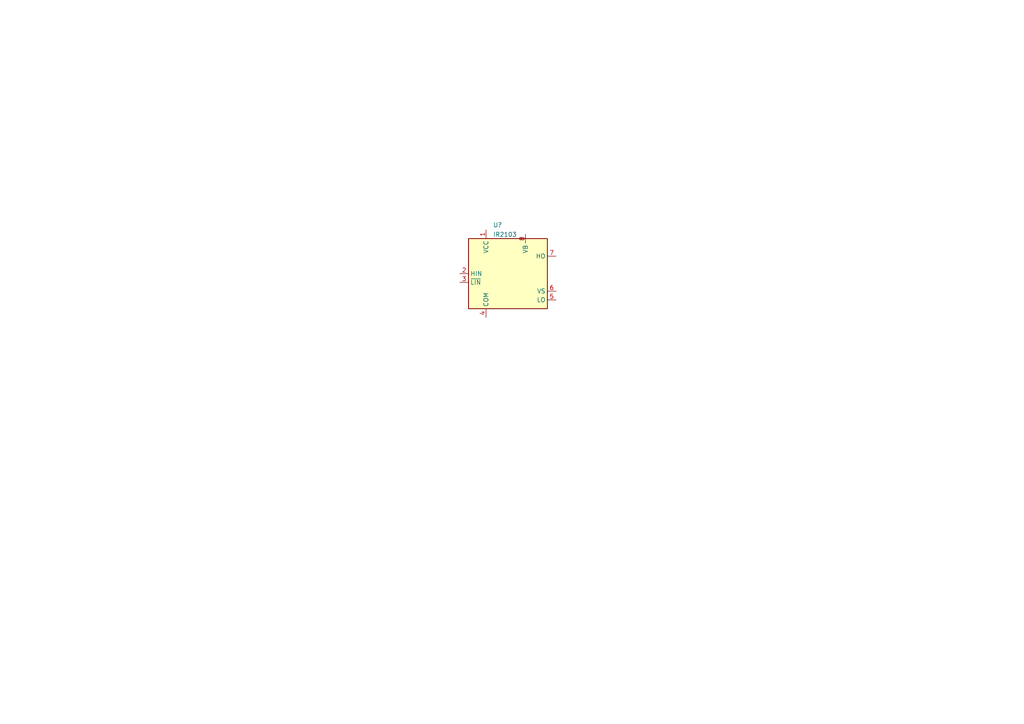
<source format=kicad_sch>
(kicad_sch (version 20211123) (generator eeschema)
  (paper "A4")
  (lib_symbols
    (symbol "Driver_FET:IR2103"
      (property "Reference" "U?" (at 2.0194 14.1265 0))
      (property "Value" "IR2103" (at 2.0194 11.3514 0))
      (symbol "IR2103_0_1"
        (rectangle (start -5.08 10.16) (end 17.78 -10.16) (stroke (width 0.254)) (fill (type background)))
      )
      (symbol "IR2103_1_1"
        (pin power_in line (at 0 12.7 270) (length 2.54) (name "VCC") (number "1"))
        (pin input line (at -7.62 0 0) (length 2.54) (name "HIN") (number "2"))
        (pin input line (at -7.62 -2.54 0) (length 2.54) (name "~{LIN}") (number "3"))
        (pin power_in line (at 0 -12.7 90) (length 2.54) (name "COM") (number "4"))
        (pin output line (at 20.32 -7.62 180) (length 2.54) (name "LO") (number "5"))
        (pin passive line (at 20.32 -5.08 180) (length 2.54) (name "VS") (number "6"))
        (pin output line (at 20.32 5.08 180) (length 2.54) (name "HO") (number "7"))
        (pin passive line (at 11.43 11.43 270) (length 2.54) (name "VB") (number "8"))
      )
    )
  )
  (symbol (lib_id "Driver_FET:IR2103") (at 140.97 79.375 0) (unit 1)
    (property "Reference" "U?" (at 142.9894 65.2485 0) (effects (justify left)))
    (property "Value" "IR2103" (at 142.9894 68.0236 0) (effects (justify left)))
    (property "Datasheet" "https://www.infineon.com/dgdl/ir2103.pdf?fileId=5546d462533600a4015355c7b54b166f" (effects hide))
  )
)
</source>
